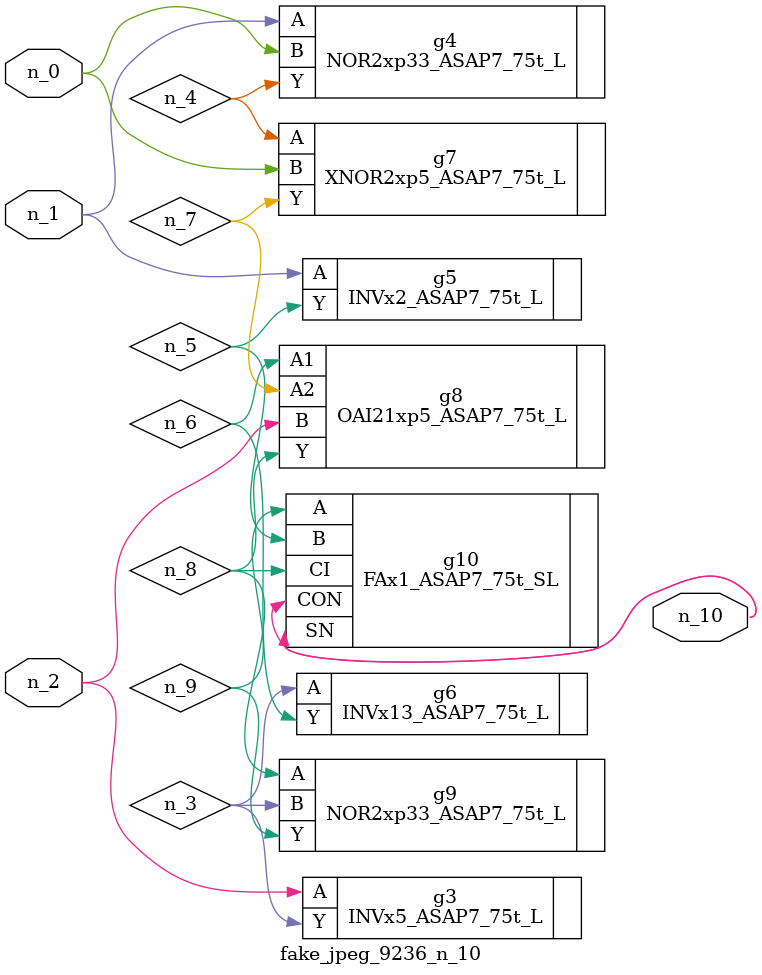
<source format=v>
module fake_jpeg_9236_n_10 (n_0, n_2, n_1, n_10);

input n_0;
input n_2;
input n_1;

output n_10;

wire n_3;
wire n_4;
wire n_8;
wire n_9;
wire n_6;
wire n_5;
wire n_7;

INVx5_ASAP7_75t_L g3 ( 
.A(n_2),
.Y(n_3)
);

NOR2xp33_ASAP7_75t_L g4 ( 
.A(n_1),
.B(n_0),
.Y(n_4)
);

INVx2_ASAP7_75t_L g5 ( 
.A(n_1),
.Y(n_5)
);

INVx13_ASAP7_75t_L g6 ( 
.A(n_3),
.Y(n_6)
);

OAI21xp5_ASAP7_75t_L g8 ( 
.A1(n_6),
.A2(n_7),
.B(n_2),
.Y(n_8)
);

XNOR2xp5_ASAP7_75t_L g7 ( 
.A(n_4),
.B(n_0),
.Y(n_7)
);

NOR2xp33_ASAP7_75t_L g9 ( 
.A(n_8),
.B(n_3),
.Y(n_9)
);

FAx1_ASAP7_75t_SL g10 ( 
.A(n_9),
.B(n_5),
.CI(n_8),
.CON(n_10),
.SN(n_10)
);


endmodule
</source>
